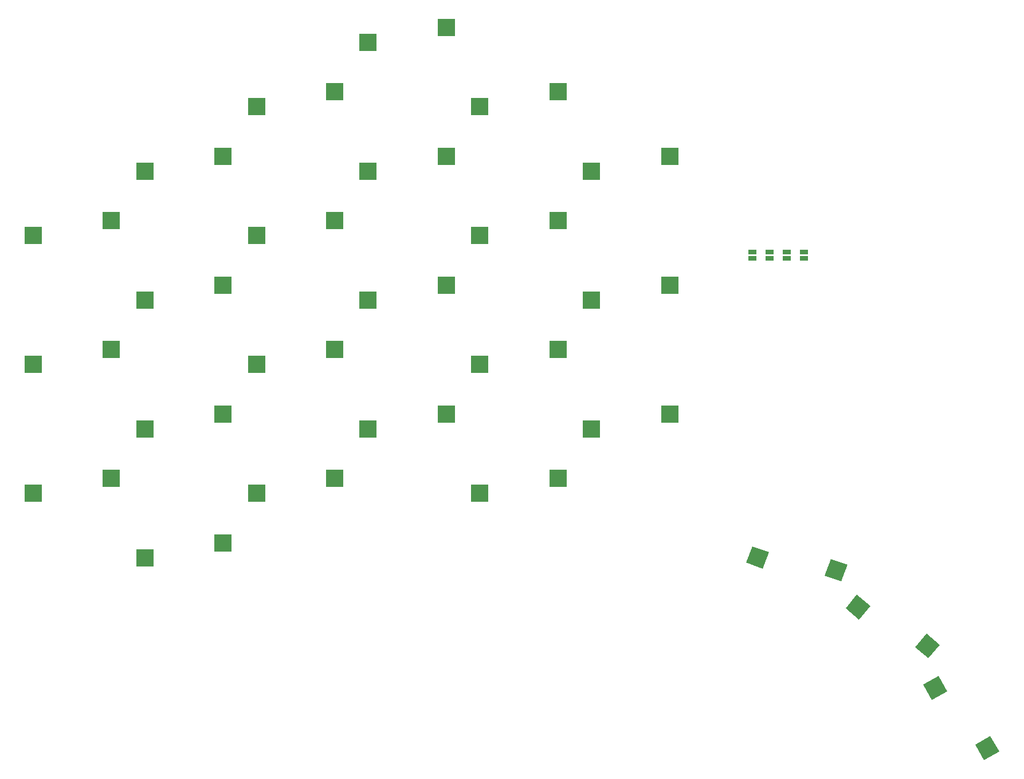
<source format=gbr>
%TF.GenerationSoftware,KiCad,Pcbnew,5.1.10-88a1d61d58~90~ubuntu20.04.1*%
%TF.CreationDate,2021-08-28T15:33:20+01:00*%
%TF.ProjectId,scrawler,73637261-776c-4657-922e-6b696361645f,rev?*%
%TF.SameCoordinates,Original*%
%TF.FileFunction,Paste,Top*%
%TF.FilePolarity,Positive*%
%FSLAX46Y46*%
G04 Gerber Fmt 4.6, Leading zero omitted, Abs format (unit mm)*
G04 Created by KiCad (PCBNEW 5.1.10-88a1d61d58~90~ubuntu20.04.1) date 2021-08-28 15:33:20*
%MOMM*%
%LPD*%
G01*
G04 APERTURE LIST*
%ADD10R,2.600000X2.600000*%
%ADD11C,0.100000*%
%ADD12R,1.143000X0.635000*%
G04 APERTURE END LIST*
D10*
%TO.C,SW9B1*%
X105920084Y-82150000D03*
X117470084Y-79950000D03*
%TD*%
%TO.C,SW8B1*%
X89422784Y-91675000D03*
X100972784Y-89475000D03*
%TD*%
%TO.C,SW7B1*%
X72925000Y-101200000D03*
X84475000Y-99000000D03*
%TD*%
%TO.C,SW6B1*%
X155413920Y-72625000D03*
X166963920Y-70425000D03*
%TD*%
%TO.C,SW5B1*%
X138916136Y-63100000D03*
X150466136Y-60900000D03*
%TD*%
%TO.C,SW4B1*%
X122418352Y-53575000D03*
X133968352Y-51375000D03*
%TD*%
%TO.C,SW3B1*%
X105920084Y-63100000D03*
X117470084Y-60900000D03*
%TD*%
%TO.C,SW2B1*%
X89422784Y-72625000D03*
X100972784Y-70425000D03*
%TD*%
D11*
%TO.C,SW26B1*%
G36*
X204425516Y-148532334D02*
G01*
X206677182Y-147232334D01*
X207977182Y-149484000D01*
X205725516Y-150784000D01*
X204425516Y-148532334D01*
G37*
G36*
X212105772Y-157434927D02*
G01*
X214357438Y-156134927D01*
X215657438Y-158386593D01*
X213405772Y-159686593D01*
X212105772Y-157434927D01*
G37*
%TD*%
%TO.C,SW25B1*%
G36*
X192965036Y-137233069D02*
G01*
X194636284Y-135241353D01*
X196628000Y-136912601D01*
X194956752Y-138904317D01*
X192965036Y-137233069D01*
G37*
G36*
X203226982Y-142971968D02*
G01*
X204898230Y-140980252D01*
X206889946Y-142651500D01*
X205218698Y-144643216D01*
X203226982Y-142971968D01*
G37*
%TD*%
%TO.C,SW24B1*%
G36*
X178272960Y-130508129D02*
G01*
X179162213Y-128064928D01*
X181605414Y-128954181D01*
X180716161Y-131397382D01*
X178272960Y-130508129D01*
G37*
G36*
X189878854Y-132391138D02*
G01*
X190768107Y-129947937D01*
X193211308Y-130837190D01*
X192322055Y-133280391D01*
X189878854Y-132391138D01*
G37*
%TD*%
D10*
%TO.C,SW22B1*%
X138916136Y-120250000D03*
X150466136Y-118050000D03*
%TD*%
%TO.C,SW21B1*%
X122418352Y-110725000D03*
X133968352Y-108525000D03*
%TD*%
%TO.C,SW20B1*%
X105920084Y-120250000D03*
X117470084Y-118050000D03*
%TD*%
%TO.C,SW1B1*%
X72925000Y-82150000D03*
X84475000Y-79950000D03*
%TD*%
%TO.C,SW19B1*%
X89422784Y-129775000D03*
X100972784Y-127575000D03*
%TD*%
%TO.C,SW18B1*%
X155413920Y-110725000D03*
X166963920Y-108525000D03*
%TD*%
%TO.C,SW17B1*%
X138916136Y-101200000D03*
X150466136Y-99000000D03*
%TD*%
%TO.C,SW16B1*%
X122418352Y-91675000D03*
X133968352Y-89475000D03*
%TD*%
%TO.C,SW15B1*%
X105920084Y-101200000D03*
X117470084Y-99000000D03*
%TD*%
%TO.C,SW14B1*%
X89422784Y-110725000D03*
X100972784Y-108525000D03*
%TD*%
%TO.C,SW13B1*%
X72925000Y-120250000D03*
X84475000Y-118050000D03*
%TD*%
%TO.C,SW12B1*%
X155413920Y-91675000D03*
X166963920Y-89475000D03*
%TD*%
%TO.C,SW11B1*%
X138916136Y-82150000D03*
X150466136Y-79950000D03*
%TD*%
%TO.C,SW10B1*%
X122418352Y-72625000D03*
X133968352Y-70425000D03*
%TD*%
D12*
%TO.C,JP4*%
X179204620Y-84551520D03*
X179204620Y-85552280D03*
%TD*%
%TO.C,JP3*%
X181744620Y-84551520D03*
X181744620Y-85552280D03*
%TD*%
%TO.C,JP2*%
X184284620Y-84551520D03*
X184284620Y-85552280D03*
%TD*%
%TO.C,JP1*%
X186824620Y-84551520D03*
X186824620Y-85552280D03*
%TD*%
M02*

</source>
